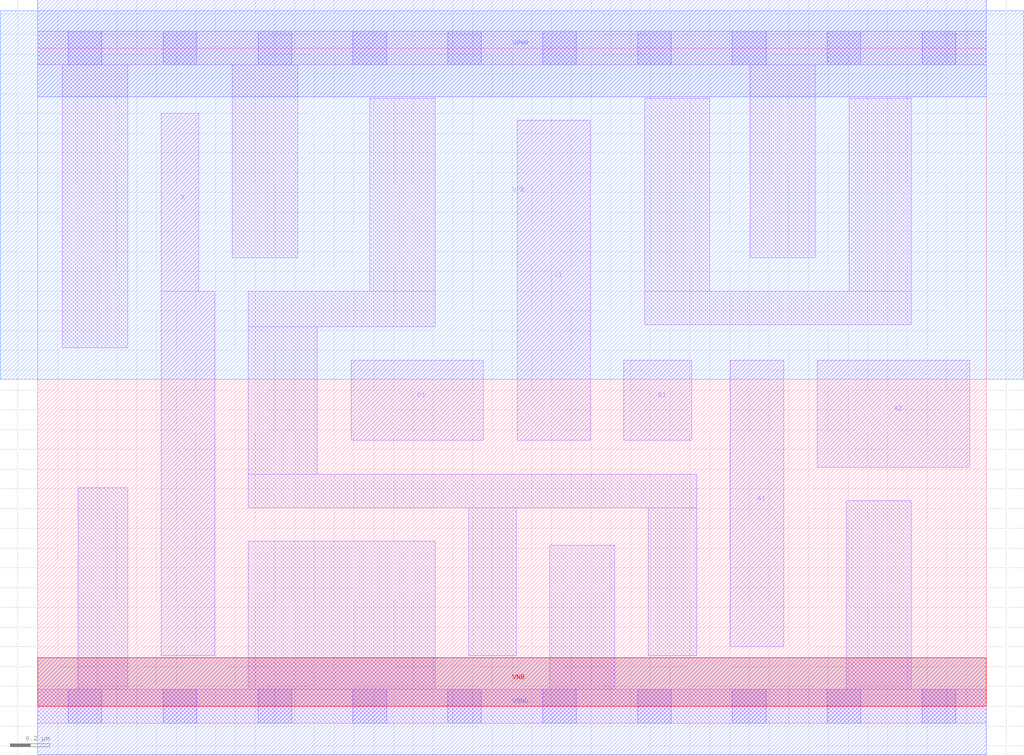
<source format=lef>
# Copyright 2020 The SkyWater PDK Authors
#
# Licensed under the Apache License, Version 2.0 (the "License");
# you may not use this file except in compliance with the License.
# You may obtain a copy of the License at
#
#     https://www.apache.org/licenses/LICENSE-2.0
#
# Unless required by applicable law or agreed to in writing, software
# distributed under the License is distributed on an "AS IS" BASIS,
# WITHOUT WARRANTIES OR CONDITIONS OF ANY KIND, either express or implied.
# See the License for the specific language governing permissions and
# limitations under the License.
#
# SPDX-License-Identifier: Apache-2.0

VERSION 5.7 ;
  NOWIREEXTENSIONATPIN ON ;
  DIVIDERCHAR "/" ;
  BUSBITCHARS "[]" ;
MACRO sky130_fd_sc_lp__a2111o_2
  CLASS CORE ;
  FOREIGN sky130_fd_sc_lp__a2111o_2 ;
  ORIGIN  0.000000  0.000000 ;
  SIZE  4.800000 BY  3.330000 ;
  SYMMETRY X Y R90 ;
  SITE unit ;
  PIN A1
    ANTENNAGATEAREA  0.315000 ;
    DIRECTION INPUT ;
    USE SIGNAL ;
    PORT
      LAYER li1 ;
        RECT 3.505000 0.300000 3.775000 1.750000 ;
    END
  END A1
  PIN A2
    ANTENNAGATEAREA  0.315000 ;
    DIRECTION INPUT ;
    USE SIGNAL ;
    PORT
      LAYER li1 ;
        RECT 3.945000 1.210000 4.715000 1.750000 ;
    END
  END A2
  PIN B1
    ANTENNAGATEAREA  0.315000 ;
    DIRECTION INPUT ;
    USE SIGNAL ;
    PORT
      LAYER li1 ;
        RECT 2.965000 1.345000 3.310000 1.750000 ;
    END
  END B1
  PIN C1
    ANTENNAGATEAREA  0.315000 ;
    DIRECTION INPUT ;
    USE SIGNAL ;
    PORT
      LAYER li1 ;
        RECT 2.425000 1.345000 2.795000 2.965000 ;
    END
  END C1
  PIN D1
    ANTENNAGATEAREA  0.315000 ;
    DIRECTION INPUT ;
    USE SIGNAL ;
    PORT
      LAYER li1 ;
        RECT 1.585000 1.345000 2.255000 1.750000 ;
    END
  END D1
  PIN X
    ANTENNADIFFAREA  0.588000 ;
    DIRECTION OUTPUT ;
    USE SIGNAL ;
    PORT
      LAYER li1 ;
        RECT 0.625000 0.255000 0.895000 2.100000 ;
        RECT 0.625000 2.100000 0.815000 3.000000 ;
    END
  END X
  PIN VGND
    DIRECTION INOUT ;
    USE GROUND ;
    PORT
      LAYER met1 ;
        RECT 0.000000 -0.245000 4.800000 0.245000 ;
    END
  END VGND
  PIN VNB
    DIRECTION INOUT ;
    USE GROUND ;
    PORT
      LAYER pwell ;
        RECT 0.000000 0.000000 4.800000 0.245000 ;
    END
  END VNB
  PIN VPB
    DIRECTION INOUT ;
    USE POWER ;
    PORT
      LAYER nwell ;
        RECT -0.190000 1.655000 4.990000 3.520000 ;
    END
  END VPB
  PIN VPWR
    DIRECTION INOUT ;
    USE POWER ;
    PORT
      LAYER met1 ;
        RECT 0.000000 3.085000 4.800000 3.575000 ;
    END
  END VPWR
  OBS
    LAYER li1 ;
      RECT 0.000000 -0.085000 4.800000 0.085000 ;
      RECT 0.000000  3.245000 4.800000 3.415000 ;
      RECT 0.125000  1.815000 0.455000 3.245000 ;
      RECT 0.205000  0.085000 0.455000 1.105000 ;
      RECT 0.985000  2.270000 1.315000 3.245000 ;
      RECT 1.065000  0.085000 2.010000 0.835000 ;
      RECT 1.065000  1.005000 3.335000 1.175000 ;
      RECT 1.065000  1.175000 1.415000 1.920000 ;
      RECT 1.065000  1.920000 2.010000 2.100000 ;
      RECT 1.680000  2.100000 2.010000 3.075000 ;
      RECT 2.180000  0.255000 2.420000 1.005000 ;
      RECT 2.590000  0.085000 2.920000 0.815000 ;
      RECT 3.070000  1.930000 4.420000 2.100000 ;
      RECT 3.070000  2.100000 3.400000 3.075000 ;
      RECT 3.090000  0.255000 3.335000 1.005000 ;
      RECT 3.605000  2.270000 3.935000 3.245000 ;
      RECT 4.090000  0.085000 4.420000 1.040000 ;
      RECT 4.105000  2.100000 4.420000 3.075000 ;
    LAYER mcon ;
      RECT 0.155000 -0.085000 0.325000 0.085000 ;
      RECT 0.155000  3.245000 0.325000 3.415000 ;
      RECT 0.635000 -0.085000 0.805000 0.085000 ;
      RECT 0.635000  3.245000 0.805000 3.415000 ;
      RECT 1.115000 -0.085000 1.285000 0.085000 ;
      RECT 1.115000  3.245000 1.285000 3.415000 ;
      RECT 1.595000 -0.085000 1.765000 0.085000 ;
      RECT 1.595000  3.245000 1.765000 3.415000 ;
      RECT 2.075000 -0.085000 2.245000 0.085000 ;
      RECT 2.075000  3.245000 2.245000 3.415000 ;
      RECT 2.555000 -0.085000 2.725000 0.085000 ;
      RECT 2.555000  3.245000 2.725000 3.415000 ;
      RECT 3.035000 -0.085000 3.205000 0.085000 ;
      RECT 3.035000  3.245000 3.205000 3.415000 ;
      RECT 3.515000 -0.085000 3.685000 0.085000 ;
      RECT 3.515000  3.245000 3.685000 3.415000 ;
      RECT 3.995000 -0.085000 4.165000 0.085000 ;
      RECT 3.995000  3.245000 4.165000 3.415000 ;
      RECT 4.475000 -0.085000 4.645000 0.085000 ;
      RECT 4.475000  3.245000 4.645000 3.415000 ;
  END
END sky130_fd_sc_lp__a2111o_2
END LIBRARY

</source>
